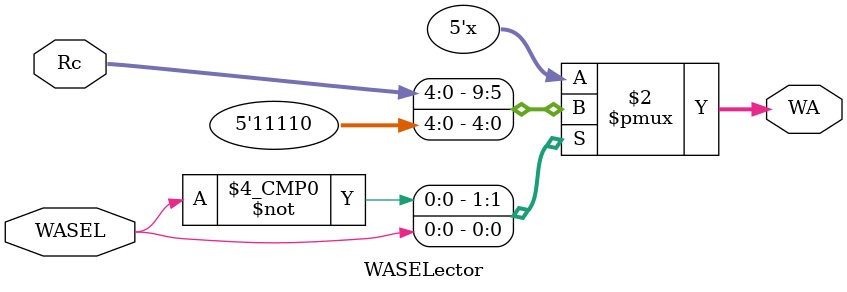
<source format=v>
module WDSELector(
	input [1:0] WDSEL,
	input signed [31:0] PC4,
	input signed [31:0] Y,
	input signed [31:0] MRD,
	output reg [31:0] WD);

 always @(WDSEL)
 begin
	case(WDSEL)
		2'b00 : WD <= PC4;
		2'b01 : WD <= Y;
		2'b10 : WD <= MRD;
	endcase
 end

endmodule

module RA2SELector(
	input RA2SEL,
	input [5:0] Rc,
	input [5:0] Rb,
	output reg [5:0] RA2);

 always @(RA2SEL)
 begin
	case(RA2SEL)
		1'b0 : RA2 <= Rb;
		1'b1 : RA2 <= Rc;
	endcase
 end

endmodule

module ASELector(
	input ASEL,
	input [31:0] RD1,
	input [31:0] PC4SXT,
	output reg [31:0] A);

 always @(ASEL)
 begin
	case(ASEL)
		1'b0 : A <= RD1;
		1'b1 : A <= PC4SXT;
	endcase
 end

endmodule

module BSELector(
	input BSEL,
	input [31:0] RD2,
	input [31:0] SXTC,
	output reg [31:0] B);

 always @(BSEL)
 begin
	case(BSEL)
		1'b0 : B <= RD2;
		1'b1 : B <= SXTC;
	endcase
 end

endmodule

module RESET_mux(
	input RESET,
	input [31:0] PCSEL_OUT,
	output reg [31:0] out);

 always @(RESET)
 begin
	case(RESET)
		1'b0 : out <= PCSEL_OUT;
		1'b1 : out <= 32'h80000000;
	endcase
 end

endmodule

module PCSEL_mux(
	input [2:0] PCSEL,
	input [31:0] JT,
	input [31:0] PC4,
	input [31:0] PC4SXT,
	output reg [31:0] PCSEL_OUT);

 always @(PCSEL)
 begin
	case(PCSEL)
		3'b000 : PCSEL_OUT <= PC4;
		3'b001 : PCSEL_OUT <= PC4SXT;
		3'b010 : PCSEL_OUT <= JT;
		3'b011 : PCSEL_OUT <= 32'h80000004;
		3'b011 : PCSEL_OUT <= 32'h80000008;
	endcase
 end

endmodule

module WASELector(
	input WASEL,
	input [4:0] Rc,
	output reg [4:0] WA);

 always @(WASEL)
 begin
	case(WASEL)
		1'b0 : WA <= Rc;
		1'b1 : WA <= 5'b11110;
	endcase
 end

endmodule

</source>
